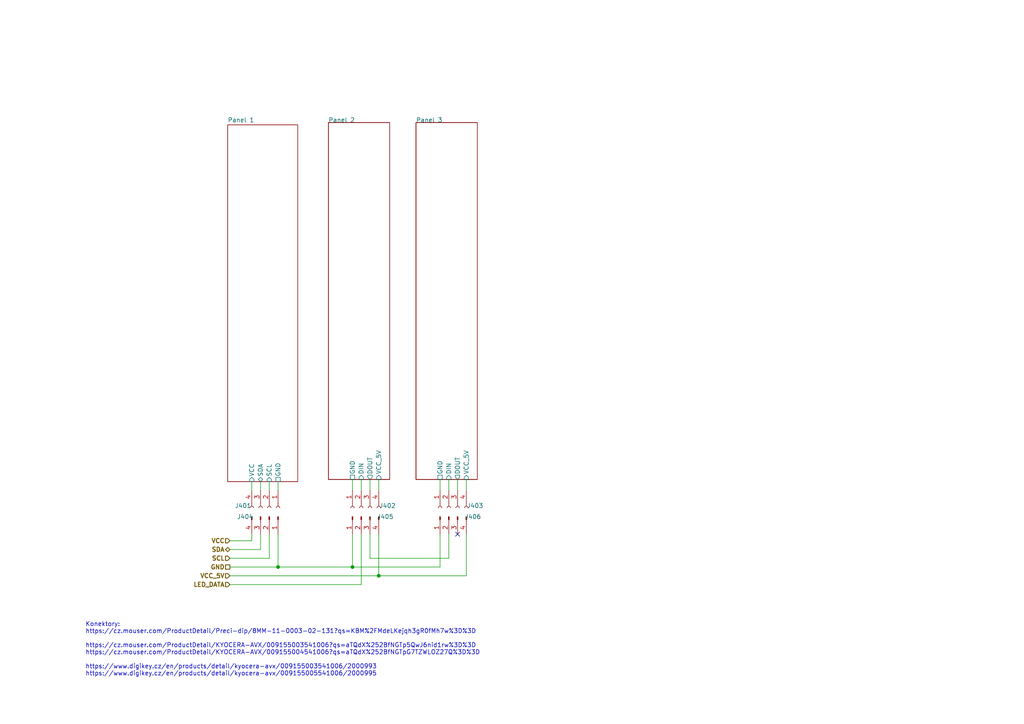
<source format=kicad_sch>
(kicad_sch (version 20211123) (generator eeschema)
  (paper "A4")
  (title_block (title "CanSat 2023") (rev "2022") (company "The Project SkyFall") (comment 1 "David Haisman"))
  (lib_symbols
    (symbol "Connector:Conn_01x04_Female" (pin_names (offset 1.016) hide)
      (property "Reference" "J" (at 0 5.08 0))
      (property "Value" "Conn_01x04_Female" (at 0 -7.62 0))
      (symbol "Conn_01x04_Female_1_1"
        (arc (start 0 -4.572) (mid -0.508 -5.08) (end 0 -5.588) (stroke (width 0.1524)))
        (arc (start 0 -2.032) (mid -0.508 -2.54) (end 0 -3.048) (stroke (width 0.1524)))
        (polyline (pts (xy -1.27 -5.08) (xy -0.508 -5.08)) (stroke (width 0.1524)))
        (polyline (pts (xy -1.27 -2.54) (xy -0.508 -2.54)) (stroke (width 0.1524)))
        (polyline (pts (xy -1.27 0) (xy -0.508 0)) (stroke (width 0.1524)))
        (polyline (pts (xy -1.27 2.54) (xy -0.508 2.54)) (stroke (width 0.1524)))
        (arc (start 0 0.508) (mid -0.508 0) (end 0 -0.508) (stroke (width 0.1524)))
        (arc (start 0 3.048) (mid -0.508 2.54) (end 0 2.032) (stroke (width 0.1524)))
        (pin passive line (at -5.08 2.54 0) (length 3.81) (name "Pin_1") (number "1"))
        (pin passive line (at -5.08 0 0) (length 3.81) (name "Pin_2") (number "2"))
        (pin passive line (at -5.08 -2.54 0) (length 3.81) (name "Pin_3") (number "3"))
        (pin passive line (at -5.08 -5.08 0) (length 3.81) (name "Pin_4") (number "4"))
      )
    )
    (symbol "Connector:Conn_01x04_Male" (pin_names (offset 1.016) hide)
      (property "Reference" "J" (at 0 5.08 0))
      (property "Value" "Conn_01x04_Male" (at 0 -7.62 0))
      (symbol "Conn_01x04_Male_1_1"
        (polyline (pts (xy 1.27 -5.08) (xy 0.8636 -5.08)) (stroke (width 0.1524)))
        (polyline (pts (xy 1.27 -2.54) (xy 0.8636 -2.54)) (stroke (width 0.1524)))
        (polyline (pts (xy 1.27 0) (xy 0.8636 0)) (stroke (width 0.1524)))
        (polyline (pts (xy 1.27 2.54) (xy 0.8636 2.54)) (stroke (width 0.1524)))
        (rectangle (start 0.8636 -4.953) (end 0 -5.207) (stroke (width 0.1524)) (fill (type outline)))
        (rectangle (start 0.8636 -2.413) (end 0 -2.667) (stroke (width 0.1524)) (fill (type outline)))
        (rectangle (start 0.8636 0.127) (end 0 -0.127) (stroke (width 0.1524)) (fill (type outline)))
        (rectangle (start 0.8636 2.667) (end 0 2.413) (stroke (width 0.1524)) (fill (type outline)))
        (pin passive line (at 5.08 2.54 180) (length 3.81) (name "Pin_1") (number "1"))
        (pin passive line (at 5.08 0 180) (length 3.81) (name "Pin_2") (number "2"))
        (pin passive line (at 5.08 -2.54 180) (length 3.81) (name "Pin_3") (number "3"))
        (pin passive line (at 5.08 -5.08 180) (length 3.81) (name "Pin_4") (number "4"))
      )
    )
  )
  (junction (at 109.855 167.005))
  (junction (at 80.645 164.465))
  (junction (at 102.235 164.465))
  (no_connect (at 132.715 154.94))
  (wire (pts (xy 80.645 142.24) (xy 80.645 139.7)))
  (wire (pts (xy 135.255 142.24) (xy 135.255 139.065)))
  (wire (pts (xy 78.105 142.24) (xy 78.105 139.7)))
  (wire (pts (xy 73.025 142.24) (xy 73.025 139.7)))
  (wire (pts (xy 66.675 164.465) (xy 80.645 164.465)))
  (wire (pts (xy 109.855 167.005) (xy 135.255 167.005)))
  (wire (pts (xy 107.315 154.94) (xy 107.315 161.925)))
  (wire (pts (xy 127.635 142.24) (xy 127.635 139.065)))
  (wire (pts (xy 80.645 164.465) (xy 80.645 154.94)))
  (wire (pts (xy 102.235 164.465) (xy 127.635 164.465)))
  (wire (pts (xy 73.025 156.845) (xy 73.025 154.94)))
  (wire (pts (xy 132.715 139.065) (xy 132.715 142.24)))
  (wire (pts (xy 107.315 142.24) (xy 107.315 139.065)))
  (wire (pts (xy 66.675 167.005) (xy 109.855 167.005)))
  (wire (pts (xy 66.675 161.925) (xy 78.105 161.925)))
  (wire (pts (xy 66.675 156.845) (xy 73.025 156.845)))
  (wire (pts (xy 78.105 161.925) (xy 78.105 154.94)))
  (wire (pts (xy 104.775 139.065) (xy 104.775 142.24)))
  (wire (pts (xy 102.235 154.94) (xy 102.235 164.465)))
  (wire (pts (xy 109.855 142.24) (xy 109.855 139.065)))
  (wire (pts (xy 80.645 164.465) (xy 102.235 164.465)))
  (wire (pts (xy 104.775 169.545) (xy 104.775 154.94)))
  (wire (pts (xy 135.255 154.94) (xy 135.255 167.005)))
  (wire (pts (xy 107.315 161.925) (xy 130.175 161.925)))
  (wire (pts (xy 102.235 142.24) (xy 102.235 139.065)))
  (wire (pts (xy 66.675 169.545) (xy 104.775 169.545)))
  (wire (pts (xy 75.565 159.385) (xy 75.565 154.94)))
  (wire (pts (xy 130.175 139.065) (xy 130.175 142.24)))
  (wire (pts (xy 130.175 161.925) (xy 130.175 154.94)))
  (wire (pts (xy 75.565 142.24) (xy 75.565 139.7)))
  (wire (pts (xy 66.675 159.385) (xy 75.565 159.385)))
  (wire (pts (xy 109.855 154.94) (xy 109.855 167.005)))
  (wire (pts (xy 127.635 154.94) (xy 127.635 164.465)))
  (text "Konektory:\nhttps://cz.mouser.com/ProductDetail/Preci-dip/8MM-11-0003-02-131?qs=KBM%2FMdeLKejqh3gR0fMh7w%3D%3D\n\nhttps://cz.mouser.com/ProductDetail/KYOCERA-AVX/009155003541006?qs=aTQdX%252BfNGTp5QwJ6nid1rw%3D%3D\nhttps://cz.mouser.com/ProductDetail/KYOCERA-AVX/009155004541006?qs=aTQdX%252BfNGTpG7TZWLOZ27Q%3D%3D\n\nhttps://www.digikey.cz/en/products/detail/kyocera-avx/009155003541006/2000993\nhttps://www.digikey.cz/en/products/detail/kyocera-avx/009155005541006/2000995" (at 24.765 196.215 0) (effects (font (size 1.27 1.27)) (justify left bottom)))
  (hierarchical_label "LED_DATA" (shape input) (at 66.675 169.545 180) (effects (font bold)))
  (hierarchical_label "GND" (shape passive) (at 66.675 164.465 180) (effects (font bold)))
  (hierarchical_label "VCC" (shape input) (at 66.675 156.845 180) (effects (font bold)))
  (hierarchical_label "SCL" (shape input) (at 66.675 161.925 180) (effects (font bold)))
  (hierarchical_label "SDA" (shape bidirectional) (at 66.675 159.385 180) (effects (font bold)))
  (hierarchical_label "VCC_5V" (shape input) (at 66.675 167.005 180) (effects (font bold)))
  (symbol (lib_id "Connector:Conn_01x04_Female") (at 104.775 147.32 90) (mirror x) (unit 1) (in_bom no)
    (property "Reference" "J402" (at 112.395 146.685 90))
  )
  (symbol (lib_id "Connector:Conn_01x04_Male") (at 130.175 149.86 90) (mirror x) (unit 1)
    (property "Reference" "J406" (at 137.16 149.86 90))
  )
  (symbol (lib_id "Connector:Conn_01x04_Male") (at 78.105 149.86 270) (unit 1)
    (property "Reference" "J404" (at 71.12 149.86 90))
  )
  (symbol (lib_id "Connector:Conn_01x04_Female") (at 78.105 147.32 270) (unit 1) (in_bom no)
    (property "Reference" "J401" (at 70.485 146.685 90))
  )
  (symbol (lib_id "Connector:Conn_01x04_Female") (at 130.175 147.32 90) (mirror x) (unit 1) (in_bom no)
    (property "Reference" "J403" (at 137.795 146.685 90))
  )
  (symbol (lib_id "Connector:Conn_01x04_Male") (at 104.775 149.86 90) (mirror x) (unit 1)
    (property "Reference" "J405" (at 111.76 149.86 90))
  )
  (sheet (at 95.25 35.56) (size 17.78 103.505) (stroke (width 0.1524))
    (property "Sheet name" "Panel 2" (at 95.25 35.56 0) (effects (justify left bottom)))
    (property "Sheet file" "panel_4.kicad_sch" (effects hide))
    (pin "GND" passive (at 102.235 139.065 270))
    (pin "DIN" input (at 104.775 139.065 270))
    (pin "VCC_5V" input (at 109.855 139.065 270))
    (pin "DOUT" output (at 107.315 139.065 270))
  )
  (sheet (at 120.65 35.56) (size 17.78 103.505) (stroke (width 0.1524))
    (property "Sheet name" "Panel 3" (at 120.65 35.56 0) (effects (justify left bottom)))
    (property "Sheet file" "panel_4.kicad_sch" (effects hide))
    (pin "GND" passive (at 127.635 139.065 270))
    (pin "DIN" input (at 130.175 139.065 270))
    (pin "VCC_5V" input (at 135.255 139.065 270))
    (pin "DOUT" output (at 132.715 139.065 270))
  )
  (sheet (at 66.04 36.195) (size 20.32 103.505) (stroke (width 0.1524))
    (property "Sheet name" "Panel 1" (at 66.04 35.56 0) (effects (justify left bottom)))
    (property "Sheet file" "panel_1.kicad_sch" (effects hide))
    (pin "VCC" input (at 73.025 139.7 270))
    (pin "GND" passive (at 80.645 139.7 270))
    (pin "SDA" bidirectional (at 75.565 139.7 270))
    (pin "SCL" input (at 78.105 139.7 270))
  )
)
</source>
